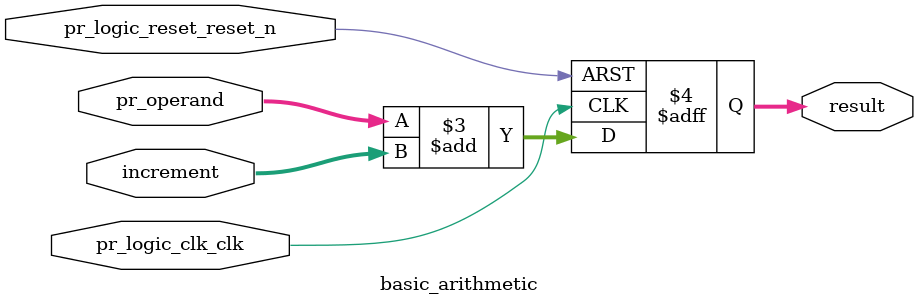
<source format=sv>

`timescale 1 ps / 1 ps
`default_nettype none

module basic_arithmetic (
      input  wire         pr_logic_clk_clk,       // pr_logic_clk.clk
      output reg  [31:0]  result,
      input  wire [30:0]  pr_operand,
      input  wire [30:0]  increment,
      input  wire         pr_logic_reset_reset_n  // pr_logic_reset.reset_n
   );
   always_ff @(posedge pr_logic_clk_clk or negedge pr_logic_reset_reset_n) begin
      // Active low HW reset
      if ( pr_logic_reset_reset_n == 1'b0 ) begin

         result <= 'b0;
      
      end
      else begin

         result <= pr_operand + increment;

      end
   end
endmodule

</source>
